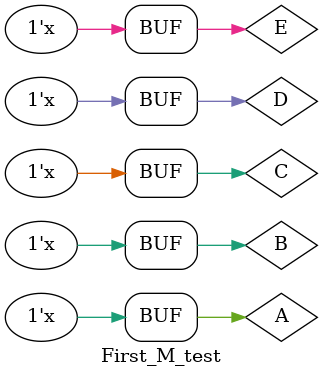
<source format=v>
`timescale 1ns / 1ps


module First_M_test(

    );
    reg A,B,C,D,E;
    wire F;
    First_M The_OUT(A,B,C,D,E,F);
//    initial
//    begin
//        A=0;B=0;C=0;D=0;E=0;         // init
//        #100;   A=0;B=0;C=0;D=0;E=1; // test1
//        #100;   A=0;B=0;C=0;D=1;E=1; // test2
//        #100;   A=1;B=0;C=0;D=0;E=0; // test3
//        #100;   A=1;B=1;C=0;D=0;E=0; // test4
//        #100;   A=1;B=1;C=1;D=0;E=0; // test5     
//    end
    initial {A,B,C,D,E} = 5'b0;
    always       // Ã»ÓÐÃô¸ÐÊÂ¼þÁÐ±í@£¬Ê¼ÖÕÖ´ÐÐ 
    begin
        #100;
        {A,B,C,D,E} = {A,B,C,D,E} + 1'b1;
    end
endmodule

</source>
